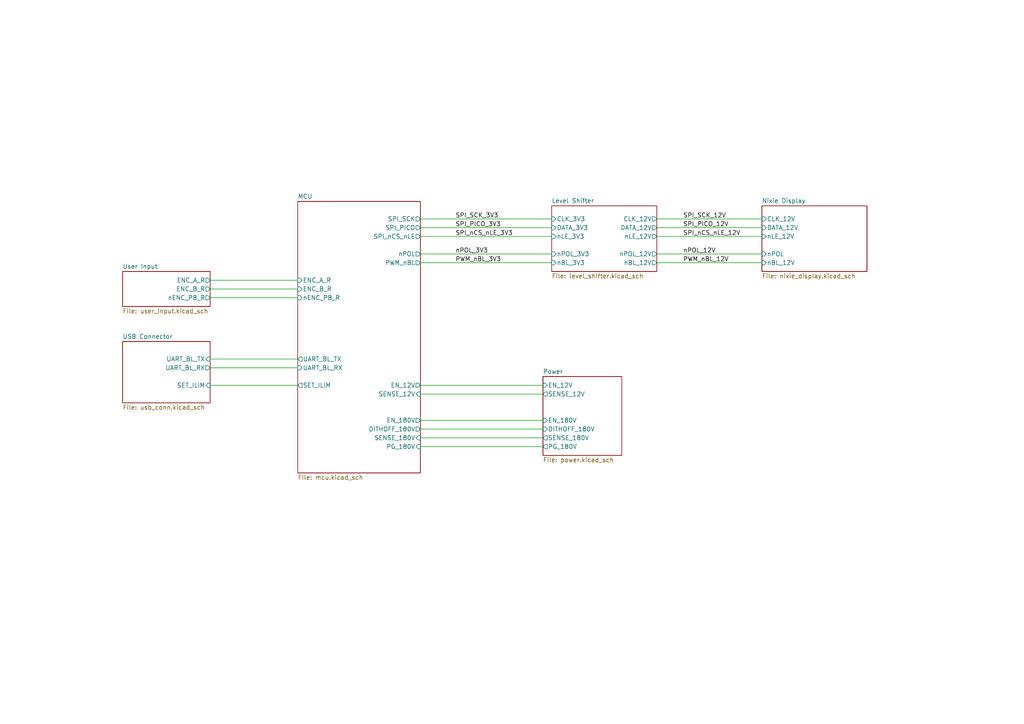
<source format=kicad_sch>
(kicad_sch
	(version 20231120)
	(generator "eeschema")
	(generator_version "8.0")
	(uuid "962b4e87-b270-45b9-b05a-9c836fe2392e")
	(paper "A4")
	(title_block
		(title "STM32 Nixie Clock")
		(date "2024-05-14")
		(rev "1")
	)
	(lib_symbols)
	(wire
		(pts
			(xy 190.5 68.58) (xy 220.98 68.58)
		)
		(stroke
			(width 0)
			(type default)
		)
		(uuid "16ed6be2-fe74-47ef-8da1-83cc93a9d57f")
	)
	(wire
		(pts
			(xy 60.96 81.28) (xy 86.36 81.28)
		)
		(stroke
			(width 0)
			(type default)
		)
		(uuid "36354a5f-b695-40c5-bd98-cbfc5046a8e9")
	)
	(wire
		(pts
			(xy 60.96 111.76) (xy 86.36 111.76)
		)
		(stroke
			(width 0)
			(type default)
		)
		(uuid "3cc48b6a-3e79-405e-b8a7-18fa03874b7c")
	)
	(wire
		(pts
			(xy 121.92 121.92) (xy 157.48 121.92)
		)
		(stroke
			(width 0)
			(type default)
		)
		(uuid "3fdf4ada-0c78-4062-83ce-a9bd3b702cd7")
	)
	(wire
		(pts
			(xy 60.96 86.36) (xy 86.36 86.36)
		)
		(stroke
			(width 0)
			(type default)
		)
		(uuid "59edb2b0-0a32-4769-8ba7-72dde7768927")
	)
	(wire
		(pts
			(xy 121.92 111.76) (xy 157.48 111.76)
		)
		(stroke
			(width 0)
			(type default)
		)
		(uuid "65f369de-5a90-4f01-a034-423ed0eb5674")
	)
	(wire
		(pts
			(xy 190.5 73.66) (xy 220.98 73.66)
		)
		(stroke
			(width 0)
			(type default)
		)
		(uuid "6672baf2-aba8-4d79-bbf9-8d292bd92119")
	)
	(wire
		(pts
			(xy 121.92 114.3) (xy 157.48 114.3)
		)
		(stroke
			(width 0)
			(type default)
		)
		(uuid "6999b7d3-4743-4bc0-8751-859adabfe0ac")
	)
	(wire
		(pts
			(xy 60.96 106.68) (xy 86.36 106.68)
		)
		(stroke
			(width 0)
			(type default)
		)
		(uuid "70ea4efd-0ac6-4908-b23e-7b2180366d26")
	)
	(wire
		(pts
			(xy 121.92 68.58) (xy 160.02 68.58)
		)
		(stroke
			(width 0)
			(type default)
		)
		(uuid "82344759-2de1-4b6c-b353-7e833dccc769")
	)
	(wire
		(pts
			(xy 121.92 127) (xy 157.48 127)
		)
		(stroke
			(width 0)
			(type default)
		)
		(uuid "944c2601-5f76-4dc2-8624-0f81a74eaabe")
	)
	(wire
		(pts
			(xy 60.96 104.14) (xy 86.36 104.14)
		)
		(stroke
			(width 0)
			(type default)
		)
		(uuid "a9046201-a574-4432-8893-664e5048a0ab")
	)
	(wire
		(pts
			(xy 121.92 76.2) (xy 160.02 76.2)
		)
		(stroke
			(width 0)
			(type default)
		)
		(uuid "a96b5b90-bd0b-4046-aa1a-f8cc8bda99e9")
	)
	(wire
		(pts
			(xy 121.92 66.04) (xy 160.02 66.04)
		)
		(stroke
			(width 0)
			(type default)
		)
		(uuid "aaac8d9f-ddfd-496e-8e11-904523d20674")
	)
	(wire
		(pts
			(xy 121.92 129.54) (xy 157.48 129.54)
		)
		(stroke
			(width 0)
			(type default)
		)
		(uuid "b23bbbc4-0226-420f-9241-f402e87300c2")
	)
	(wire
		(pts
			(xy 121.92 63.5) (xy 160.02 63.5)
		)
		(stroke
			(width 0)
			(type default)
		)
		(uuid "b9b9d04b-a72d-47b6-829a-e2e97c5b7381")
	)
	(wire
		(pts
			(xy 190.5 63.5) (xy 220.98 63.5)
		)
		(stroke
			(width 0)
			(type default)
		)
		(uuid "c04c69f6-a549-4f4d-8d7e-487ad1a27396")
	)
	(wire
		(pts
			(xy 60.96 83.82) (xy 86.36 83.82)
		)
		(stroke
			(width 0)
			(type default)
		)
		(uuid "c28dbd8f-e612-4a00-9370-ab40cfcb1318")
	)
	(wire
		(pts
			(xy 121.92 124.46) (xy 157.48 124.46)
		)
		(stroke
			(width 0)
			(type default)
		)
		(uuid "df3ed2dd-0837-42a3-8ace-3ac55f3e4b5d")
	)
	(wire
		(pts
			(xy 190.5 66.04) (xy 220.98 66.04)
		)
		(stroke
			(width 0)
			(type default)
		)
		(uuid "df4492e8-4d17-44d9-9ace-65a714b214fb")
	)
	(wire
		(pts
			(xy 121.92 73.66) (xy 160.02 73.66)
		)
		(stroke
			(width 0)
			(type default)
		)
		(uuid "f54c1a6f-66f3-4b9f-bf58-317fef72a6b0")
	)
	(wire
		(pts
			(xy 190.5 76.2) (xy 220.98 76.2)
		)
		(stroke
			(width 0)
			(type default)
		)
		(uuid "fd7620b3-4504-45af-be77-a05f984a046e")
	)
	(label "SPI_SCK_12V"
		(at 198.12 63.5 0)
		(fields_autoplaced yes)
		(effects
			(font
				(size 1.27 1.27)
			)
			(justify left bottom)
		)
		(uuid "30177ae2-99e4-42a9-a6b3-bad621dfc6ea")
	)
	(label "SPI_PICO_3V3"
		(at 132.08 66.04 0)
		(fields_autoplaced yes)
		(effects
			(font
				(size 1.27 1.27)
			)
			(justify left bottom)
		)
		(uuid "3a2f3197-6402-4e89-82be-ffae6f0cbbe3")
	)
	(label "nPOL_12V"
		(at 198.12 73.66 0)
		(fields_autoplaced yes)
		(effects
			(font
				(size 1.27 1.27)
			)
			(justify left bottom)
		)
		(uuid "3d9cb335-c5ab-4282-b01f-3a351001a5f9")
	)
	(label "SPI_nCS_nLE_3V3"
		(at 132.08 68.58 0)
		(fields_autoplaced yes)
		(effects
			(font
				(size 1.27 1.27)
			)
			(justify left bottom)
		)
		(uuid "4381b66d-40cf-4a1c-94a0-bb1983496742")
	)
	(label "nPOL_3V3"
		(at 132.08 73.66 0)
		(fields_autoplaced yes)
		(effects
			(font
				(size 1.27 1.27)
			)
			(justify left bottom)
		)
		(uuid "44c2a29c-ed36-4051-8081-fc9cff6dc43f")
	)
	(label "SPI_SCK_3V3"
		(at 132.08 63.5 0)
		(fields_autoplaced yes)
		(effects
			(font
				(size 1.27 1.27)
			)
			(justify left bottom)
		)
		(uuid "474a6e3b-50a5-4697-9154-5993b181e1dd")
	)
	(label "SPI_PICO_12V"
		(at 198.12 66.04 0)
		(fields_autoplaced yes)
		(effects
			(font
				(size 1.27 1.27)
			)
			(justify left bottom)
		)
		(uuid "5c47c2a6-f952-493c-9fac-8082aee4cc54")
	)
	(label "SPI_nCS_nLE_12V"
		(at 198.12 68.58 0)
		(fields_autoplaced yes)
		(effects
			(font
				(size 1.27 1.27)
			)
			(justify left bottom)
		)
		(uuid "5d9ca537-6cca-4fc2-9bbb-26059eba60c6")
	)
	(label "PWM_nBL_3V3"
		(at 132.08 76.2 0)
		(fields_autoplaced yes)
		(effects
			(font
				(size 1.27 1.27)
			)
			(justify left bottom)
		)
		(uuid "9f010c5d-ef64-4db5-9d4a-3b5126f06621")
	)
	(label "PWM_nBL_12V"
		(at 198.12 76.2 0)
		(fields_autoplaced yes)
		(effects
			(font
				(size 1.27 1.27)
			)
			(justify left bottom)
		)
		(uuid "e6dad48b-a843-40a7-aa6f-e1b14114741d")
	)
	(sheet
		(at 160.02 59.69)
		(size 30.48 19.05)
		(fields_autoplaced yes)
		(stroke
			(width 0.1524)
			(type solid)
		)
		(fill
			(color 0 0 0 0.0000)
		)
		(uuid "307c8046-6a25-4c40-9f6b-0df19175f959")
		(property "Sheetname" "Level Shifter"
			(at 160.02 58.9784 0)
			(effects
				(font
					(size 1.27 1.27)
				)
				(justify left bottom)
			)
		)
		(property "Sheetfile" "level_shifter.kicad_sch"
			(at 160.02 79.3246 0)
			(effects
				(font
					(size 1.27 1.27)
				)
				(justify left top)
			)
		)
		(pin "nPOL_3V3" input
			(at 160.02 73.66 180)
			(effects
				(font
					(size 1.27 1.27)
				)
				(justify left)
			)
			(uuid "3c712f83-87d9-4f59-a079-47d55244abc7")
		)
		(pin "DATA_3V3" input
			(at 160.02 66.04 180)
			(effects
				(font
					(size 1.27 1.27)
				)
				(justify left)
			)
			(uuid "951bbfd3-8bce-4f47-9d0a-24b610d462e8")
		)
		(pin "nLE_3V3" input
			(at 160.02 68.58 180)
			(effects
				(font
					(size 1.27 1.27)
				)
				(justify left)
			)
			(uuid "5bf5d69c-9132-4312-a471-08a47374408b")
		)
		(pin "nBL_3V3" input
			(at 160.02 76.2 180)
			(effects
				(font
					(size 1.27 1.27)
				)
				(justify left)
			)
			(uuid "2700f154-ca20-47c5-80be-6259a6bc077e")
		)
		(pin "CLK_12V" output
			(at 190.5 63.5 0)
			(effects
				(font
					(size 1.27 1.27)
				)
				(justify right)
			)
			(uuid "24290197-882c-4830-9f71-60206e9ed968")
		)
		(pin "nPOL_12V" output
			(at 190.5 73.66 0)
			(effects
				(font
					(size 1.27 1.27)
				)
				(justify right)
			)
			(uuid "4f79dfe3-5581-4aaf-9931-02cc09ebd3d0")
		)
		(pin "DATA_12V" output
			(at 190.5 66.04 0)
			(effects
				(font
					(size 1.27 1.27)
				)
				(justify right)
			)
			(uuid "5d451d7c-28f5-450f-9dbb-d38d2ee876c6")
		)
		(pin "nLE_12V" output
			(at 190.5 68.58 0)
			(effects
				(font
					(size 1.27 1.27)
				)
				(justify right)
			)
			(uuid "247b1584-df01-41ba-a2e5-2009af03d5f5")
		)
		(pin "nBL_12V" output
			(at 190.5 76.2 0)
			(effects
				(font
					(size 1.27 1.27)
				)
				(justify right)
			)
			(uuid "0f1117d3-21dc-4604-ba8b-702e187e2d0d")
		)
		(pin "CLK_3V3" input
			(at 160.02 63.5 180)
			(effects
				(font
					(size 1.27 1.27)
				)
				(justify left)
			)
			(uuid "3ea55bb5-cf52-4b4c-815f-0ccee171319e")
		)
		(instances
			(project "STM32_Nixie"
				(path "/962b4e87-b270-45b9-b05a-9c836fe2392e"
					(page "10")
				)
			)
		)
	)
	(sheet
		(at 35.56 78.74)
		(size 25.4 10.16)
		(fields_autoplaced yes)
		(stroke
			(width 0.1524)
			(type solid)
		)
		(fill
			(color 0 0 0 0.0000)
		)
		(uuid "7f1e094c-d2d9-45ca-af31-f2b20e969c41")
		(property "Sheetname" "User Input"
			(at 35.56 78.0284 0)
			(effects
				(font
					(size 1.27 1.27)
				)
				(justify left bottom)
			)
		)
		(property "Sheetfile" "user_input.kicad_sch"
			(at 35.56 89.4846 0)
			(effects
				(font
					(size 1.27 1.27)
				)
				(justify left top)
			)
		)
		(pin "ENC_A_R" output
			(at 60.96 81.28 0)
			(effects
				(font
					(size 1.27 1.27)
				)
				(justify right)
			)
			(uuid "bdcd3275-5a12-4411-bf45-bc2713bb362e")
		)
		(pin "nENC_PB_R" output
			(at 60.96 86.36 0)
			(effects
				(font
					(size 1.27 1.27)
				)
				(justify right)
			)
			(uuid "331737fb-742c-412d-9b59-fcf0c06e70b5")
		)
		(pin "ENC_B_R" output
			(at 60.96 83.82 0)
			(effects
				(font
					(size 1.27 1.27)
				)
				(justify right)
			)
			(uuid "caa7e962-d7fa-41d4-be46-285631ec054c")
		)
		(instances
			(project "STM32_Nixie"
				(path "/962b4e87-b270-45b9-b05a-9c836fe2392e"
					(page "12")
				)
			)
		)
	)
	(sheet
		(at 86.36 58.42)
		(size 35.56 78.74)
		(fields_autoplaced yes)
		(stroke
			(width 0.1524)
			(type solid)
		)
		(fill
			(color 0 0 0 0.0000)
		)
		(uuid "8ecdbb98-5b2a-4725-a227-62b58d0c66f3")
		(property "Sheetname" "MCU"
			(at 86.36 57.7084 0)
			(effects
				(font
					(size 1.27 1.27)
				)
				(justify left bottom)
			)
		)
		(property "Sheetfile" "mcu.kicad_sch"
			(at 86.36 137.7446 0)
			(effects
				(font
					(size 1.27 1.27)
				)
				(justify left top)
			)
		)
		(pin "EN_180V" output
			(at 121.92 121.92 0)
			(effects
				(font
					(size 1.27 1.27)
				)
				(justify right)
			)
			(uuid "a179fb61-0177-4c59-a20a-9438d0bcbc92")
		)
		(pin "nPOL" output
			(at 121.92 73.66 0)
			(effects
				(font
					(size 1.27 1.27)
				)
				(justify right)
			)
			(uuid "b9d1e5a9-2ab6-4ec9-bf71-ab76589cb38a")
		)
		(pin "UART_BL_TX" output
			(at 86.36 104.14 180)
			(effects
				(font
					(size 1.27 1.27)
				)
				(justify left)
			)
			(uuid "4b89ae1a-e867-435e-9948-d12ccd2036c5")
		)
		(pin "UART_BL_RX" input
			(at 86.36 106.68 180)
			(effects
				(font
					(size 1.27 1.27)
				)
				(justify left)
			)
			(uuid "f31d40cf-422f-41e5-9624-51b1c4499c23")
		)
		(pin "PWM_nBL" output
			(at 121.92 76.2 0)
			(effects
				(font
					(size 1.27 1.27)
				)
				(justify right)
			)
			(uuid "3b50cbb7-f48e-4893-a1c2-566acc26a18a")
		)
		(pin "SENSE_180V" input
			(at 121.92 127 0)
			(effects
				(font
					(size 1.27 1.27)
				)
				(justify right)
			)
			(uuid "80f424ac-e7b6-43ad-aef1-ca648dd3a8f8")
		)
		(pin "SPI_nCS_nLE" output
			(at 121.92 68.58 0)
			(effects
				(font
					(size 1.27 1.27)
				)
				(justify right)
			)
			(uuid "f99612c6-65a6-4c98-959a-11aeed42a008")
		)
		(pin "SPI_PICO" output
			(at 121.92 66.04 0)
			(effects
				(font
					(size 1.27 1.27)
				)
				(justify right)
			)
			(uuid "ac954a76-42dc-4647-b33c-d7a6fe46517f")
		)
		(pin "SPI_SCK" output
			(at 121.92 63.5 0)
			(effects
				(font
					(size 1.27 1.27)
				)
				(justify right)
			)
			(uuid "16e4d76e-e6f9-43ba-9fe5-0dd196c1862c")
		)
		(pin "nENC_PB_R" input
			(at 86.36 86.36 180)
			(effects
				(font
					(size 1.27 1.27)
				)
				(justify left)
			)
			(uuid "8d4f6e85-f3cd-412f-8218-a8bebf6264c5")
		)
		(pin "ENC_B_R" input
			(at 86.36 83.82 180)
			(effects
				(font
					(size 1.27 1.27)
				)
				(justify left)
			)
			(uuid "04256fd0-9a8b-49c8-afa2-60f286a26fc4")
		)
		(pin "ENC_A_R" input
			(at 86.36 81.28 180)
			(effects
				(font
					(size 1.27 1.27)
				)
				(justify left)
			)
			(uuid "228cef55-563a-4908-b3f8-04aa4273d027")
		)
		(pin "PG_180V" input
			(at 121.92 129.54 0)
			(effects
				(font
					(size 1.27 1.27)
				)
				(justify right)
			)
			(uuid "aa37aa77-7c0a-435e-b7ea-f59f0fcba58a")
		)
		(pin "DITHOFF_180V" output
			(at 121.92 124.46 0)
			(effects
				(font
					(size 1.27 1.27)
				)
				(justify right)
			)
			(uuid "9215a259-7491-411f-a77d-cbcaed2b9cb0")
		)
		(pin "SENSE_12V" input
			(at 121.92 114.3 0)
			(effects
				(font
					(size 1.27 1.27)
				)
				(justify right)
			)
			(uuid "b2b2259b-9f09-4b2f-93e3-e1ea411a81f2")
		)
		(pin "EN_12V" output
			(at 121.92 111.76 0)
			(effects
				(font
					(size 1.27 1.27)
				)
				(justify right)
			)
			(uuid "f8418918-f485-4e8c-89ca-b3cc0c2eba00")
		)
		(pin "SET_ILIM" output
			(at 86.36 111.76 180)
			(effects
				(font
					(size 1.27 1.27)
				)
				(justify left)
			)
			(uuid "0579fe89-608e-41e9-9ab2-ae226111358a")
		)
		(instances
			(project "STM32_Nixie"
				(path "/962b4e87-b270-45b9-b05a-9c836fe2392e"
					(page "3")
				)
			)
		)
	)
	(sheet
		(at 157.48 109.22)
		(size 22.86 22.86)
		(fields_autoplaced yes)
		(stroke
			(width 0.1524)
			(type solid)
		)
		(fill
			(color 0 0 0 0.0000)
		)
		(uuid "b6f49995-0eb9-4525-a397-4f1a1965a188")
		(property "Sheetname" "Power"
			(at 157.48 108.5084 0)
			(effects
				(font
					(size 1.27 1.27)
				)
				(justify left bottom)
			)
		)
		(property "Sheetfile" "power.kicad_sch"
			(at 157.48 132.6646 0)
			(effects
				(font
					(size 1.27 1.27)
				)
				(justify left top)
			)
		)
		(pin "EN_12V" input
			(at 157.48 111.76 180)
			(effects
				(font
					(size 1.27 1.27)
				)
				(justify left)
			)
			(uuid "c86508bb-e4ee-48e2-bfe2-f48eabb2cc21")
		)
		(pin "EN_180V" input
			(at 157.48 121.92 180)
			(effects
				(font
					(size 1.27 1.27)
				)
				(justify left)
			)
			(uuid "4e328e66-843a-4794-a5e9-a8fd5c1314c1")
		)
		(pin "PG_180V" output
			(at 157.48 129.54 180)
			(effects
				(font
					(size 1.27 1.27)
				)
				(justify left)
			)
			(uuid "699ff5aa-88bc-4af7-ae5d-eff8adbb0e7f")
		)
		(pin "DITHOFF_180V" input
			(at 157.48 124.46 180)
			(effects
				(font
					(size 1.27 1.27)
				)
				(justify left)
			)
			(uuid "3b6d3a4e-128c-4bdd-b191-0069e19da4cb")
		)
		(pin "SENSE_12V" output
			(at 157.48 114.3 180)
			(effects
				(font
					(size 1.27 1.27)
				)
				(justify left)
			)
			(uuid "d91aabe7-f33e-4d93-b46b-22df91fbb526")
		)
		(pin "SENSE_180V" output
			(at 157.48 127 180)
			(effects
				(font
					(size 1.27 1.27)
				)
				(justify left)
			)
			(uuid "becc9033-608d-46fd-9132-777d60c73315")
		)
		(instances
			(project "STM32_Nixie"
				(path "/962b4e87-b270-45b9-b05a-9c836fe2392e"
					(page "11")
				)
			)
		)
	)
	(sheet
		(at 35.56 99.06)
		(size 25.4 17.78)
		(fields_autoplaced yes)
		(stroke
			(width 0.1524)
			(type solid)
		)
		(fill
			(color 0 0 0 0.0000)
		)
		(uuid "c489a08b-e150-4d56-8df0-484cd36f24a0")
		(property "Sheetname" "USB Connector"
			(at 35.56 98.3484 0)
			(effects
				(font
					(size 1.27 1.27)
				)
				(justify left bottom)
			)
		)
		(property "Sheetfile" "usb_conn.kicad_sch"
			(at 35.56 117.4246 0)
			(effects
				(font
					(size 1.27 1.27)
				)
				(justify left top)
			)
		)
		(pin "UART_BL_TX" input
			(at 60.96 104.14 0)
			(effects
				(font
					(size 1.27 1.27)
				)
				(justify right)
			)
			(uuid "6ec50c0e-bf6d-4dfd-bc41-754f23f32dd1")
		)
		(pin "UART_BL_RX" output
			(at 60.96 106.68 0)
			(effects
				(font
					(size 1.27 1.27)
				)
				(justify right)
			)
			(uuid "3443bfd8-365e-4920-85c8-83e7a908508a")
		)
		(pin "SET_ILIM" input
			(at 60.96 111.76 0)
			(effects
				(font
					(size 1.27 1.27)
				)
				(justify right)
			)
			(uuid "507db3f3-2e08-4646-a9d4-2ecc94367342")
		)
		(instances
			(project "STM32_Nixie"
				(path "/962b4e87-b270-45b9-b05a-9c836fe2392e"
					(page "13")
				)
			)
		)
	)
	(sheet
		(at 220.98 59.69)
		(size 30.48 19.05)
		(fields_autoplaced yes)
		(stroke
			(width 0.1524)
			(type solid)
		)
		(fill
			(color 0 0 0 0.0000)
		)
		(uuid "f14ed119-44a4-4dba-a5a7-78813bb44ce1")
		(property "Sheetname" "Nixie Display"
			(at 220.98 58.9784 0)
			(effects
				(font
					(size 1.27 1.27)
				)
				(justify left bottom)
			)
		)
		(property "Sheetfile" "nixie_display.kicad_sch"
			(at 220.98 79.3246 0)
			(effects
				(font
					(size 1.27 1.27)
				)
				(justify left top)
			)
		)
		(pin "CLK_12V" input
			(at 220.98 63.5 180)
			(effects
				(font
					(size 1.27 1.27)
				)
				(justify left)
			)
			(uuid "d5cd7857-9210-4d74-9710-ffcb41b20ee6")
		)
		(pin "nPOL" input
			(at 220.98 73.66 180)
			(effects
				(font
					(size 1.27 1.27)
				)
				(justify left)
			)
			(uuid "95565fc6-4342-4cb4-8eb0-5bfd408f8054")
		)
		(pin "nLE_12V" input
			(at 220.98 68.58 180)
			(effects
				(font
					(size 1.27 1.27)
				)
				(justify left)
			)
			(uuid "09615930-c637-4f0a-869c-1ad8d22b09df")
		)
		(pin "DATA_12V" input
			(at 220.98 66.04 180)
			(effects
				(font
					(size 1.27 1.27)
				)
				(justify left)
			)
			(uuid "549e8225-a4f4-4bda-882f-d981634f1e38")
		)
		(pin "nBL_12V" input
			(at 220.98 76.2 180)
			(effects
				(font
					(size 1.27 1.27)
				)
				(justify left)
			)
			(uuid "a0bf5cc6-9401-4ce3-a63a-4f6c818497e6")
		)
		(instances
			(project "STM32_Nixie"
				(path "/962b4e87-b270-45b9-b05a-9c836fe2392e"
					(page "2")
				)
			)
		)
	)
	(sheet_instances
		(path "/"
			(page "1")
		)
	)
)

</source>
